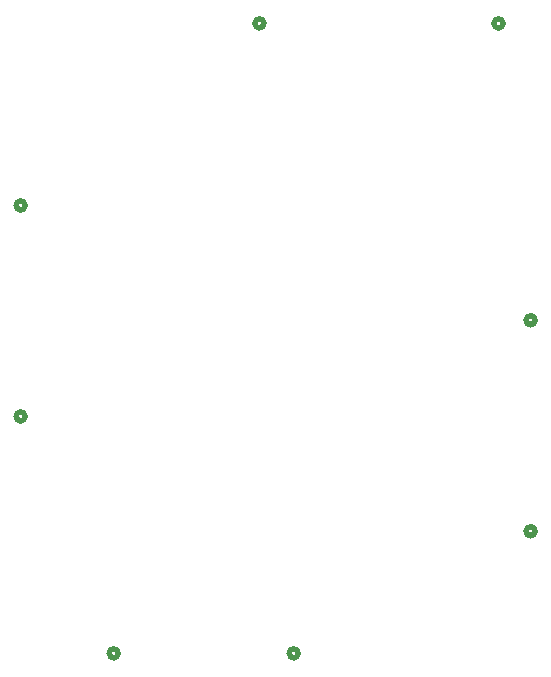
<source format=gbr>
%TF.GenerationSoftware,KiCad,Pcbnew,7.0.9*%
%TF.CreationDate,2024-06-07T12:35:00-04:00*%
%TF.ProjectId,PCBAdas,50434241-6461-4732-9e6b-696361645f70,rev?*%
%TF.SameCoordinates,Original*%
%TF.FileFunction,Legend,Bot*%
%TF.FilePolarity,Positive*%
%FSLAX46Y46*%
G04 Gerber Fmt 4.6, Leading zero omitted, Abs format (unit mm)*
G04 Created by KiCad (PCBNEW 7.0.9) date 2024-06-07 12:35:00*
%MOMM*%
%LPD*%
G01*
G04 APERTURE LIST*
%ADD10C,0.508000*%
G04 APERTURE END LIST*
D10*
%TO.C,J7*%
X162841100Y-73660000D02*
G75*
G03*
X162841100Y-73660000I-381000J0D01*
G01*
%TO.C,J4*%
X185801000Y-98800100D02*
G75*
G03*
X185801000Y-98800100I-381000J0D01*
G01*
%TO.C,J2*%
X142621000Y-89079900D02*
G75*
G03*
X142621000Y-89079900I-381000J0D01*
G01*
%TO.C,J1*%
X142621000Y-106939900D02*
G75*
G03*
X142621000Y-106939900I-381000J0D01*
G01*
%TO.C,J5*%
X165740900Y-127000000D02*
G75*
G03*
X165740900Y-127000000I-381000J0D01*
G01*
%TO.C,J6*%
X150500900Y-127000000D02*
G75*
G03*
X150500900Y-127000000I-381000J0D01*
G01*
%TO.C,J3*%
X185801000Y-116660100D02*
G75*
G03*
X185801000Y-116660100I-381000J0D01*
G01*
%TO.C,J8*%
X183081100Y-73660000D02*
G75*
G03*
X183081100Y-73660000I-381000J0D01*
G01*
%TD*%
M02*

</source>
